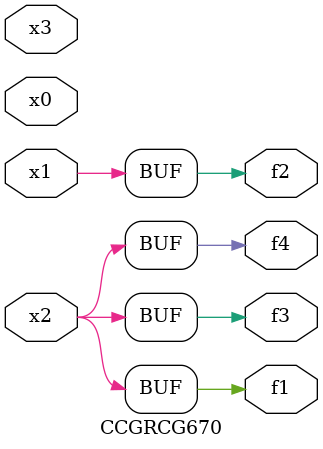
<source format=v>
module CCGRCG670(
	input x0, x1, x2, x3,
	output f1, f2, f3, f4
);
	assign f1 = x2;
	assign f2 = x1;
	assign f3 = x2;
	assign f4 = x2;
endmodule

</source>
